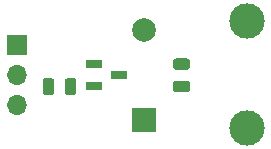
<source format=gbr>
%TF.GenerationSoftware,KiCad,Pcbnew,5.1.5-52549c5~86~ubuntu16.04.1*%
%TF.CreationDate,2020-11-10T00:01:26+05:30*%
%TF.ProjectId,Buzzer Module V1.0,42757a7a-6572-4204-9d6f-64756c652056,V1.0*%
%TF.SameCoordinates,Original*%
%TF.FileFunction,Soldermask,Bot*%
%TF.FilePolarity,Negative*%
%FSLAX46Y46*%
G04 Gerber Fmt 4.6, Leading zero omitted, Abs format (unit mm)*
G04 Created by KiCad (PCBNEW 5.1.5-52549c5~86~ubuntu16.04.1) date 2020-11-10 00:01:26*
%MOMM*%
%LPD*%
G04 APERTURE LIST*
%ADD10C,3.000000*%
%ADD11C,0.100000*%
%ADD12R,1.440000X0.740000*%
%ADD13O,1.700000X1.700000*%
%ADD14R,1.700000X1.700000*%
%ADD15C,2.000000*%
%ADD16R,2.000000X2.000000*%
G04 APERTURE END LIST*
D10*
%TO.C,H2*%
X137000000Y-118000000D03*
%TD*%
%TO.C,H1*%
X137000000Y-127000000D03*
%TD*%
D11*
%TO.C,R2*%
G36*
X131925142Y-121131174D02*
G01*
X131948803Y-121134684D01*
X131972007Y-121140496D01*
X131994529Y-121148554D01*
X132016153Y-121158782D01*
X132036670Y-121171079D01*
X132055883Y-121185329D01*
X132073607Y-121201393D01*
X132089671Y-121219117D01*
X132103921Y-121238330D01*
X132116218Y-121258847D01*
X132126446Y-121280471D01*
X132134504Y-121302993D01*
X132140316Y-121326197D01*
X132143826Y-121349858D01*
X132145000Y-121373750D01*
X132145000Y-121861250D01*
X132143826Y-121885142D01*
X132140316Y-121908803D01*
X132134504Y-121932007D01*
X132126446Y-121954529D01*
X132116218Y-121976153D01*
X132103921Y-121996670D01*
X132089671Y-122015883D01*
X132073607Y-122033607D01*
X132055883Y-122049671D01*
X132036670Y-122063921D01*
X132016153Y-122076218D01*
X131994529Y-122086446D01*
X131972007Y-122094504D01*
X131948803Y-122100316D01*
X131925142Y-122103826D01*
X131901250Y-122105000D01*
X130988750Y-122105000D01*
X130964858Y-122103826D01*
X130941197Y-122100316D01*
X130917993Y-122094504D01*
X130895471Y-122086446D01*
X130873847Y-122076218D01*
X130853330Y-122063921D01*
X130834117Y-122049671D01*
X130816393Y-122033607D01*
X130800329Y-122015883D01*
X130786079Y-121996670D01*
X130773782Y-121976153D01*
X130763554Y-121954529D01*
X130755496Y-121932007D01*
X130749684Y-121908803D01*
X130746174Y-121885142D01*
X130745000Y-121861250D01*
X130745000Y-121373750D01*
X130746174Y-121349858D01*
X130749684Y-121326197D01*
X130755496Y-121302993D01*
X130763554Y-121280471D01*
X130773782Y-121258847D01*
X130786079Y-121238330D01*
X130800329Y-121219117D01*
X130816393Y-121201393D01*
X130834117Y-121185329D01*
X130853330Y-121171079D01*
X130873847Y-121158782D01*
X130895471Y-121148554D01*
X130917993Y-121140496D01*
X130941197Y-121134684D01*
X130964858Y-121131174D01*
X130988750Y-121130000D01*
X131901250Y-121130000D01*
X131925142Y-121131174D01*
G37*
G36*
X131925142Y-123006174D02*
G01*
X131948803Y-123009684D01*
X131972007Y-123015496D01*
X131994529Y-123023554D01*
X132016153Y-123033782D01*
X132036670Y-123046079D01*
X132055883Y-123060329D01*
X132073607Y-123076393D01*
X132089671Y-123094117D01*
X132103921Y-123113330D01*
X132116218Y-123133847D01*
X132126446Y-123155471D01*
X132134504Y-123177993D01*
X132140316Y-123201197D01*
X132143826Y-123224858D01*
X132145000Y-123248750D01*
X132145000Y-123736250D01*
X132143826Y-123760142D01*
X132140316Y-123783803D01*
X132134504Y-123807007D01*
X132126446Y-123829529D01*
X132116218Y-123851153D01*
X132103921Y-123871670D01*
X132089671Y-123890883D01*
X132073607Y-123908607D01*
X132055883Y-123924671D01*
X132036670Y-123938921D01*
X132016153Y-123951218D01*
X131994529Y-123961446D01*
X131972007Y-123969504D01*
X131948803Y-123975316D01*
X131925142Y-123978826D01*
X131901250Y-123980000D01*
X130988750Y-123980000D01*
X130964858Y-123978826D01*
X130941197Y-123975316D01*
X130917993Y-123969504D01*
X130895471Y-123961446D01*
X130873847Y-123951218D01*
X130853330Y-123938921D01*
X130834117Y-123924671D01*
X130816393Y-123908607D01*
X130800329Y-123890883D01*
X130786079Y-123871670D01*
X130773782Y-123851153D01*
X130763554Y-123829529D01*
X130755496Y-123807007D01*
X130749684Y-123783803D01*
X130746174Y-123760142D01*
X130745000Y-123736250D01*
X130745000Y-123248750D01*
X130746174Y-123224858D01*
X130749684Y-123201197D01*
X130755496Y-123177993D01*
X130763554Y-123155471D01*
X130773782Y-123133847D01*
X130786079Y-123113330D01*
X130800329Y-123094117D01*
X130816393Y-123076393D01*
X130834117Y-123060329D01*
X130853330Y-123046079D01*
X130873847Y-123033782D01*
X130895471Y-123023554D01*
X130917993Y-123015496D01*
X130941197Y-123009684D01*
X130964858Y-123006174D01*
X130988750Y-123005000D01*
X131901250Y-123005000D01*
X131925142Y-123006174D01*
G37*
%TD*%
%TO.C,R1*%
G36*
X120444605Y-122813523D02*
G01*
X120468266Y-122817033D01*
X120491470Y-122822845D01*
X120513992Y-122830903D01*
X120535616Y-122841131D01*
X120556133Y-122853428D01*
X120575346Y-122867678D01*
X120593070Y-122883742D01*
X120609134Y-122901466D01*
X120623384Y-122920679D01*
X120635681Y-122941196D01*
X120645909Y-122962820D01*
X120653967Y-122985342D01*
X120659779Y-123008546D01*
X120663289Y-123032207D01*
X120664463Y-123056099D01*
X120664463Y-123968599D01*
X120663289Y-123992491D01*
X120659779Y-124016152D01*
X120653967Y-124039356D01*
X120645909Y-124061878D01*
X120635681Y-124083502D01*
X120623384Y-124104019D01*
X120609134Y-124123232D01*
X120593070Y-124140956D01*
X120575346Y-124157020D01*
X120556133Y-124171270D01*
X120535616Y-124183567D01*
X120513992Y-124193795D01*
X120491470Y-124201853D01*
X120468266Y-124207665D01*
X120444605Y-124211175D01*
X120420713Y-124212349D01*
X119933213Y-124212349D01*
X119909321Y-124211175D01*
X119885660Y-124207665D01*
X119862456Y-124201853D01*
X119839934Y-124193795D01*
X119818310Y-124183567D01*
X119797793Y-124171270D01*
X119778580Y-124157020D01*
X119760856Y-124140956D01*
X119744792Y-124123232D01*
X119730542Y-124104019D01*
X119718245Y-124083502D01*
X119708017Y-124061878D01*
X119699959Y-124039356D01*
X119694147Y-124016152D01*
X119690637Y-123992491D01*
X119689463Y-123968599D01*
X119689463Y-123056099D01*
X119690637Y-123032207D01*
X119694147Y-123008546D01*
X119699959Y-122985342D01*
X119708017Y-122962820D01*
X119718245Y-122941196D01*
X119730542Y-122920679D01*
X119744792Y-122901466D01*
X119760856Y-122883742D01*
X119778580Y-122867678D01*
X119797793Y-122853428D01*
X119818310Y-122841131D01*
X119839934Y-122830903D01*
X119862456Y-122822845D01*
X119885660Y-122817033D01*
X119909321Y-122813523D01*
X119933213Y-122812349D01*
X120420713Y-122812349D01*
X120444605Y-122813523D01*
G37*
G36*
X122319605Y-122813523D02*
G01*
X122343266Y-122817033D01*
X122366470Y-122822845D01*
X122388992Y-122830903D01*
X122410616Y-122841131D01*
X122431133Y-122853428D01*
X122450346Y-122867678D01*
X122468070Y-122883742D01*
X122484134Y-122901466D01*
X122498384Y-122920679D01*
X122510681Y-122941196D01*
X122520909Y-122962820D01*
X122528967Y-122985342D01*
X122534779Y-123008546D01*
X122538289Y-123032207D01*
X122539463Y-123056099D01*
X122539463Y-123968599D01*
X122538289Y-123992491D01*
X122534779Y-124016152D01*
X122528967Y-124039356D01*
X122520909Y-124061878D01*
X122510681Y-124083502D01*
X122498384Y-124104019D01*
X122484134Y-124123232D01*
X122468070Y-124140956D01*
X122450346Y-124157020D01*
X122431133Y-124171270D01*
X122410616Y-124183567D01*
X122388992Y-124193795D01*
X122366470Y-124201853D01*
X122343266Y-124207665D01*
X122319605Y-124211175D01*
X122295713Y-124212349D01*
X121808213Y-124212349D01*
X121784321Y-124211175D01*
X121760660Y-124207665D01*
X121737456Y-124201853D01*
X121714934Y-124193795D01*
X121693310Y-124183567D01*
X121672793Y-124171270D01*
X121653580Y-124157020D01*
X121635856Y-124140956D01*
X121619792Y-124123232D01*
X121605542Y-124104019D01*
X121593245Y-124083502D01*
X121583017Y-124061878D01*
X121574959Y-124039356D01*
X121569147Y-124016152D01*
X121565637Y-123992491D01*
X121564463Y-123968599D01*
X121564463Y-123056099D01*
X121565637Y-123032207D01*
X121569147Y-123008546D01*
X121574959Y-122985342D01*
X121583017Y-122962820D01*
X121593245Y-122941196D01*
X121605542Y-122920679D01*
X121619792Y-122901466D01*
X121635856Y-122883742D01*
X121653580Y-122867678D01*
X121672793Y-122853428D01*
X121693310Y-122841131D01*
X121714934Y-122830903D01*
X121737456Y-122822845D01*
X121760660Y-122817033D01*
X121784321Y-122813523D01*
X121808213Y-122812349D01*
X122295713Y-122812349D01*
X122319605Y-122813523D01*
G37*
%TD*%
D12*
%TO.C,Q1*%
X124045000Y-123505000D03*
X124045000Y-121605000D03*
X126145000Y-122555000D03*
%TD*%
D13*
%TO.C,J1*%
X117475000Y-125040000D03*
X117475000Y-122500000D03*
D14*
X117475000Y-119960000D03*
%TD*%
D15*
%TO.C,BZ1*%
X128270000Y-118765000D03*
D16*
X128270000Y-126365000D03*
%TD*%
M02*

</source>
